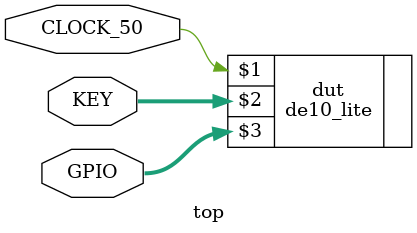
<source format=v>
module top (CLOCK_50, KEY, GPIO);

    input CLOCK_50;        // DE-series switches
    input wire [1:0] KEY;       // DE-series pushbuttons

    inout wire [31:0] GPIO;     // DE-series LEDs   

    de10_lite dut (CLOCK_50, KEY[1:0], GPIO);
 
endmodule


</source>
